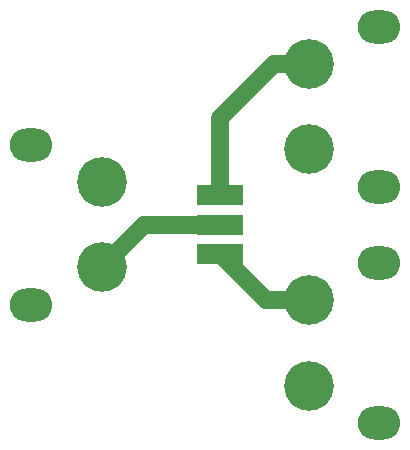
<source format=gbr>
G04 #@! TF.GenerationSoftware,KiCad,Pcbnew,5.0.2-bee76a0~70~ubuntu16.04.1*
G04 #@! TF.CreationDate,2019-11-03T02:00:58+01:00*
G04 #@! TF.ProjectId,switch,73776974-6368-42e6-9b69-6361645f7063,rev?*
G04 #@! TF.SameCoordinates,Original*
G04 #@! TF.FileFunction,Copper,L1,Top*
G04 #@! TF.FilePolarity,Positive*
%FSLAX46Y46*%
G04 Gerber Fmt 4.6, Leading zero omitted, Abs format (unit mm)*
G04 Created by KiCad (PCBNEW 5.0.2-bee76a0~70~ubuntu16.04.1) date Sun 03 Nov 2019 02:00:58 AM CET*
%MOMM*%
%LPD*%
G01*
G04 APERTURE LIST*
G04 #@! TA.AperFunction,ComponentPad*
%ADD10C,4.200000*%
G04 #@! TD*
G04 #@! TA.AperFunction,ComponentPad*
%ADD11O,3.600000X2.800000*%
G04 #@! TD*
G04 #@! TA.AperFunction,ComponentPad*
%ADD12R,4.000000X1.800000*%
G04 #@! TD*
G04 #@! TA.AperFunction,Conductor*
%ADD13C,1.500000*%
G04 #@! TD*
G04 APERTURE END LIST*
D10*
G04 #@! TO.P,J1,1*
G04 #@! TO.N,Net-(J1-Pad1)*
X120000000Y-51400000D03*
G04 #@! TO.P,J1,2*
G04 #@! TO.N,Net-(J1-Pad2)*
X120000000Y-58600000D03*
D11*
G04 #@! TO.P,J1,*
G04 #@! TO.N,*
X114000000Y-48250000D03*
X114000000Y-61750000D03*
G04 #@! TD*
D10*
G04 #@! TO.P,J2,1*
G04 #@! TO.N,Net-(J1-Pad1)*
X137500000Y-68600000D03*
G04 #@! TO.P,J2,2*
G04 #@! TO.N,Net-(J2-Pad2)*
X137500000Y-61400000D03*
D11*
G04 #@! TO.P,J2,*
G04 #@! TO.N,*
X143500000Y-71750000D03*
X143500000Y-58250000D03*
G04 #@! TD*
G04 #@! TO.P,J3,*
G04 #@! TO.N,*
X143500000Y-38250000D03*
X143500000Y-51750000D03*
D10*
G04 #@! TO.P,J3,2*
G04 #@! TO.N,Net-(J3-Pad2)*
X137500000Y-41400000D03*
G04 #@! TO.P,J3,1*
G04 #@! TO.N,Net-(J1-Pad1)*
X137500000Y-48600000D03*
G04 #@! TD*
D12*
G04 #@! TO.P,SW1,1*
G04 #@! TO.N,Net-(J2-Pad2)*
X130000000Y-57500000D03*
G04 #@! TO.P,SW1,2*
G04 #@! TO.N,Net-(J1-Pad2)*
X130000000Y-55000000D03*
G04 #@! TO.P,SW1,3*
G04 #@! TO.N,Net-(J3-Pad2)*
X130000000Y-52500000D03*
G04 #@! TD*
D13*
G04 #@! TO.N,Net-(J1-Pad2)*
X123600000Y-55000000D02*
X120000000Y-58600000D01*
X130000000Y-55000000D02*
X123600000Y-55000000D01*
G04 #@! TO.N,Net-(J2-Pad2)*
X133900000Y-61400000D02*
X130000000Y-57500000D01*
X137500000Y-61400000D02*
X133900000Y-61400000D01*
G04 #@! TO.N,Net-(J3-Pad2)*
X130000000Y-50100000D02*
X130000000Y-52500000D01*
X130000000Y-45930152D02*
X130000000Y-50100000D01*
X134530152Y-41400000D02*
X130000000Y-45930152D01*
X137500000Y-41400000D02*
X134530152Y-41400000D01*
G04 #@! TD*
M02*

</source>
